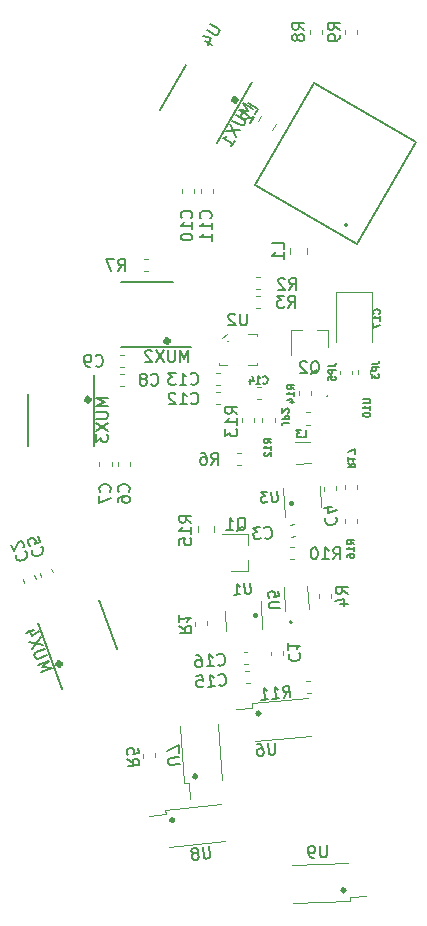
<source format=gbo>
G04 #@! TF.GenerationSoftware,KiCad,Pcbnew,(5.0.0)*
G04 #@! TF.CreationDate,2020-01-29T13:42:07+01:00*
G04 #@! TF.ProjectId,Insole_PCB,496E736F6C655F5043422E6B69636164,rev?*
G04 #@! TF.SameCoordinates,Original*
G04 #@! TF.FileFunction,Legend,Bot*
G04 #@! TF.FilePolarity,Positive*
%FSLAX46Y46*%
G04 Gerber Fmt 4.6, Leading zero omitted, Abs format (unit mm)*
G04 Created by KiCad (PCBNEW (5.0.0)) date 01/29/20 13:42:07*
%MOMM*%
%LPD*%
G01*
G04 APERTURE LIST*
%ADD10C,0.200000*%
%ADD11C,0.100000*%
%ADD12C,0.120000*%
%ADD13C,0.400000*%
%ADD14C,0.150000*%
%ADD15C,0.300000*%
G04 APERTURE END LIST*
D10*
G04 #@! TO.C,U2*
X182849453Y-160890707D02*
G75*
G03X182849453Y-160890707I0J0D01*
G01*
D11*
X185249453Y-160290707D02*
X185249453Y-160510707D01*
X184529453Y-160290707D02*
X185249453Y-160290707D01*
X185249453Y-162990707D02*
X184529453Y-162990707D01*
X185249453Y-162770707D02*
X185249453Y-162990707D01*
X182049453Y-162990707D02*
X182049453Y-162770707D01*
X182049453Y-162990707D02*
X182769453Y-162990707D01*
X182349453Y-160690707D02*
X182699453Y-160340707D01*
D12*
G04 #@! TO.C,C1*
X186429340Y-187213900D02*
X186452050Y-187538665D01*
X187446856Y-187142749D02*
X187469566Y-187467514D01*
G04 #@! TO.C,C2*
X165464536Y-181112175D02*
X165575883Y-181418099D01*
X166423023Y-180763315D02*
X166534370Y-181069239D01*
G04 #@! TO.C,C3*
X188415318Y-176442887D02*
X188090206Y-176459925D01*
X188468700Y-177461489D02*
X188143588Y-177478527D01*
G04 #@! TO.C,C4*
X190941340Y-173301900D02*
X190964050Y-173626665D01*
X191958856Y-173230749D02*
X191981566Y-173555514D01*
G04 #@! TO.C,C5*
X166914536Y-180562175D02*
X167025883Y-180868099D01*
X167873023Y-180213315D02*
X167984370Y-180519239D01*
G04 #@! TO.C,C6*
X174559453Y-171490986D02*
X174559453Y-171165428D01*
X173539453Y-171490986D02*
X173539453Y-171165428D01*
G04 #@! TO.C,C7*
X172959453Y-171503486D02*
X172959453Y-171177928D01*
X171939453Y-171503486D02*
X171939453Y-171177928D01*
G04 #@! TO.C,C8*
X173999732Y-163730707D02*
X173674174Y-163730707D01*
X173999732Y-164750707D02*
X173674174Y-164750707D01*
G04 #@! TO.C,C9*
X173999732Y-162130707D02*
X173674174Y-162130707D01*
X173999732Y-163150707D02*
X173674174Y-163150707D01*
G04 #@! TO.C,C10*
X179934453Y-148365986D02*
X179934453Y-148040428D01*
X178914453Y-148365986D02*
X178914453Y-148040428D01*
G04 #@! TO.C,C11*
X181559453Y-148378486D02*
X181559453Y-148052928D01*
X180539453Y-148378486D02*
X180539453Y-148052928D01*
G04 #@! TO.C,C12*
X181799174Y-166250707D02*
X182124732Y-166250707D01*
X181799174Y-165230707D02*
X182124732Y-165230707D01*
G04 #@! TO.C,C13*
X181799174Y-164650707D02*
X182124732Y-164650707D01*
X181799174Y-163630707D02*
X182124732Y-163630707D01*
G04 #@! TO.C,C14*
X185612232Y-164830707D02*
X185286674Y-164830707D01*
X185612232Y-165850707D02*
X185286674Y-165850707D01*
G04 #@! TO.C,L1*
X189489453Y-153546959D02*
X189489453Y-153024455D01*
X188069453Y-153546959D02*
X188069453Y-153024455D01*
G04 #@! TO.C,L2*
X186583705Y-143031958D02*
X186844957Y-142579456D01*
X185353949Y-142321958D02*
X185615201Y-141869456D01*
D13*
G04 #@! TO.C,MUX1*
X183549425Y-140518464D02*
G75*
G03X183549425Y-140518464I-158114J0D01*
G01*
D14*
X184861824Y-138971461D02*
X181874324Y-144145963D01*
X179289534Y-137572951D02*
X177089534Y-141383463D01*
D13*
G04 #@! TO.C,MUX2*
X177807567Y-160940707D02*
G75*
G03X177807567Y-160940707I-158114J0D01*
G01*
D14*
X179724453Y-161440707D02*
X173749453Y-161440707D01*
X178149453Y-155915707D02*
X173749453Y-155915707D01*
D13*
G04 #@! TO.C,MUX3*
X171107567Y-165890707D02*
G75*
G03X171107567Y-165890707I-158114J0D01*
G01*
D14*
X171449453Y-163815707D02*
X171449453Y-169790707D01*
X165924453Y-165390707D02*
X165924453Y-169790707D01*
D13*
G04 #@! TO.C,MUX4*
X168677708Y-188274831D02*
G75*
G03X168677708Y-188274831I-158114J0D01*
G01*
D14*
X168759440Y-190395703D02*
X166715869Y-184781040D01*
X173412560Y-187026026D02*
X171907671Y-182891378D01*
D12*
G04 #@! TO.C,Q2*
X191329453Y-159980707D02*
X191329453Y-161440707D01*
X188169453Y-159980707D02*
X188169453Y-162140707D01*
X188169453Y-159980707D02*
X189099453Y-159980707D01*
X191329453Y-159980707D02*
X190399453Y-159980707D01*
G04 #@! TO.C,R1*
X181086058Y-184960151D02*
X181069020Y-184635039D01*
X180067456Y-185013533D02*
X180050418Y-184688421D01*
G04 #@! TO.C,R2*
X185524732Y-155530707D02*
X185199174Y-155530707D01*
X185524732Y-156550707D02*
X185199174Y-156550707D01*
G04 #@! TO.C,R3*
X185512232Y-157130707D02*
X185186674Y-157130707D01*
X185512232Y-158150707D02*
X185186674Y-158150707D01*
G04 #@! TO.C,R4*
X190549453Y-182347928D02*
X190549453Y-182673486D01*
X191569453Y-182347928D02*
X191569453Y-182673486D01*
G04 #@! TO.C,R5*
X176669566Y-196167514D02*
X176646856Y-195842749D01*
X175652050Y-196238665D02*
X175629340Y-195913900D01*
G04 #@! TO.C,R6*
X183924732Y-170430707D02*
X183599174Y-170430707D01*
X183924732Y-171450707D02*
X183599174Y-171450707D01*
G04 #@! TO.C,R7*
X176012232Y-153980707D02*
X175686674Y-153980707D01*
X176012232Y-155000707D02*
X175686674Y-155000707D01*
G04 #@! TO.C,R8*
X190759453Y-134890986D02*
X190759453Y-134565428D01*
X189739453Y-134890986D02*
X189739453Y-134565428D01*
G04 #@! TO.C,R9*
X193759453Y-134903486D02*
X193759453Y-134577928D01*
X192739453Y-134903486D02*
X192739453Y-134577928D01*
G04 #@! TO.C,R10*
X188377732Y-178372707D02*
X188052174Y-178372707D01*
X188377732Y-179392707D02*
X188052174Y-179392707D01*
G04 #@! TO.C,R11*
X189547240Y-190762953D02*
X189871559Y-190734579D01*
X189458341Y-189746835D02*
X189782660Y-189718461D01*
G04 #@! TO.C,R12*
X186759453Y-167790986D02*
X186759453Y-167465428D01*
X185739453Y-167790986D02*
X185739453Y-167465428D01*
G04 #@! TO.C,R13*
X184039453Y-167477928D02*
X184039453Y-167803486D01*
X185059453Y-167477928D02*
X185059453Y-167803486D01*
G04 #@! TO.C,R14*
X189859453Y-165515986D02*
X189859453Y-165190428D01*
X188839453Y-165515986D02*
X188839453Y-165190428D01*
D13*
G04 #@! TO.C,U1*
X185077217Y-184091536D02*
G75*
G03X185077217Y-184091536I0J0D01*
G01*
D12*
X185703439Y-185340474D02*
X185576263Y-182913804D01*
X182545535Y-183743557D02*
X182637647Y-185501145D01*
D13*
G04 #@! TO.C,U3*
X188141689Y-174619878D02*
G75*
G03X188141689Y-174619878I0J0D01*
G01*
D12*
X187515467Y-173370940D02*
X187642643Y-175797610D01*
X190673371Y-174967857D02*
X190581259Y-173210269D01*
D15*
G04 #@! TO.C,U4*
X192822977Y-151068014D02*
G75*
G03X192822977Y-151068014I0J0D01*
G01*
D14*
X185116665Y-147715738D02*
X193776919Y-152715738D01*
X190116665Y-139055484D02*
X185116665Y-147715738D01*
X198776919Y-144055484D02*
X190116665Y-139055484D01*
X193776919Y-152715738D02*
X198776919Y-144055484D01*
D10*
G04 #@! TO.C,U5*
X188040672Y-184734665D02*
G75*
G03X188240184Y-184720713I99756J6976D01*
G01*
X188240185Y-184720713D02*
G75*
G03X188040671Y-184734665I-99757J-6976D01*
G01*
X188240184Y-184720713D02*
X188240184Y-184720713D01*
X188040671Y-184734665D02*
X188040671Y-184734665D01*
D11*
X189527261Y-181623386D02*
X189666774Y-183618515D01*
X187532132Y-181762899D02*
X187671645Y-183758028D01*
D13*
G04 #@! TO.C,U6*
X185470742Y-192458776D02*
G75*
G03X185470742Y-192458776I-70710J0D01*
G01*
D12*
X185098906Y-194753754D02*
X189880641Y-194335407D01*
X184820008Y-191565931D02*
X189601743Y-191147584D01*
X184854870Y-191964409D02*
X183460198Y-192086427D01*
X184820008Y-191565931D02*
X184854870Y-191964409D01*
D13*
G04 #@! TO.C,U7*
X180104284Y-197781420D02*
G75*
G03X180104284Y-197781420I-70710J0D01*
G01*
D12*
X182322947Y-198122553D02*
X181988116Y-193334245D01*
X179130742Y-198345774D02*
X178795911Y-193557466D01*
X179529767Y-198317871D02*
X179627426Y-199714461D01*
X179130742Y-198345774D02*
X179529767Y-198317871D01*
D13*
G04 #@! TO.C,U8*
X178162628Y-201492872D02*
G75*
G03X178162628Y-201492872I-70710J0D01*
G01*
D12*
X177830891Y-203792756D02*
X182604596Y-203291019D01*
X177496400Y-200610285D02*
X182270105Y-200108549D01*
X177538212Y-201008094D02*
X176145881Y-201154434D01*
X177496400Y-200610285D02*
X177538212Y-201008094D01*
D13*
G04 #@! TO.C,U9*
X192671691Y-207434002D02*
G75*
G03X192671691Y-207434002I-70711J0D01*
G01*
D12*
X193021803Y-205157929D02*
X188224727Y-205325447D01*
X193133481Y-208355980D02*
X188336405Y-208523497D01*
X193119521Y-207956223D02*
X194518669Y-207907364D01*
X193133481Y-208355980D02*
X193119521Y-207956223D01*
G04 #@! TO.C,C15*
X184590678Y-188825527D02*
X184265913Y-188848237D01*
X184661829Y-189843043D02*
X184337064Y-189865753D01*
G04 #@! TO.C,C16*
X184471259Y-187255593D02*
X184146494Y-187278303D01*
X184542410Y-188273109D02*
X184217645Y-188295819D01*
G04 #@! TO.C,C17*
X191989453Y-156770707D02*
X191989453Y-160980707D01*
X195009453Y-156770707D02*
X191989453Y-156770707D01*
X195009453Y-160980707D02*
X195009453Y-156770707D01*
G04 #@! TO.C,L3*
X188526588Y-169503464D02*
X189729066Y-169440445D01*
X188621840Y-171320969D02*
X189824318Y-171257950D01*
G04 #@! TO.C,Q1*
X184509453Y-180380707D02*
X184509453Y-179450707D01*
X184509453Y-177220707D02*
X184509453Y-178150707D01*
X184509453Y-177220707D02*
X182349453Y-177220707D01*
X184509453Y-180380707D02*
X183049453Y-180380707D01*
G04 #@! TO.C,R15*
X181669453Y-176604629D02*
X181669453Y-177121785D01*
X180249453Y-176604629D02*
X180249453Y-177121785D01*
G04 #@! TO.C,JP2*
X189416674Y-166970707D02*
X189742232Y-166970707D01*
X189416674Y-167990707D02*
X189742232Y-167990707D01*
G04 #@! TO.C,JP3*
X193809453Y-163733486D02*
X193809453Y-163407928D01*
X194829453Y-163733486D02*
X194829453Y-163407928D01*
G04 #@! TO.C,JP5*
X193339453Y-163753486D02*
X193339453Y-163427928D01*
X192319453Y-163753486D02*
X192319453Y-163427928D01*
G04 #@! TO.C,R16*
X193739453Y-175997928D02*
X193739453Y-176323486D01*
X192719453Y-175997928D02*
X192719453Y-176323486D01*
G04 #@! TO.C,R17*
X193749453Y-173463486D02*
X193749453Y-173137928D01*
X192729453Y-173463486D02*
X192729453Y-173137928D01*
D10*
G04 #@! TO.C,U10*
X191215453Y-165568707D02*
G75*
G03X191215453Y-165568707I-25000J0D01*
G01*
G04 #@! TO.C,U2*
D14*
X184411357Y-158593087D02*
X184411357Y-159402611D01*
X184363738Y-159497849D01*
X184316119Y-159545468D01*
X184220881Y-159593087D01*
X184030405Y-159593087D01*
X183935167Y-159545468D01*
X183887548Y-159497849D01*
X183839929Y-159402611D01*
X183839929Y-158593087D01*
X183411357Y-158688326D02*
X183363738Y-158640707D01*
X183268500Y-158593087D01*
X183030405Y-158593087D01*
X182935167Y-158640707D01*
X182887548Y-158688326D01*
X182839929Y-158783564D01*
X182839929Y-158878802D01*
X182887548Y-159021659D01*
X183458976Y-159593087D01*
X182839929Y-159593087D01*
G04 #@! TO.C,C1*
X188031323Y-187432128D02*
X187987141Y-187482953D01*
X187949604Y-187628784D01*
X187956247Y-187723790D01*
X188013715Y-187862977D01*
X188115365Y-187951340D01*
X188213693Y-187992200D01*
X188407027Y-188026416D01*
X188549536Y-188016450D01*
X188736226Y-187955660D01*
X188827911Y-187901514D01*
X188916273Y-187799864D01*
X188953811Y-187654034D01*
X188947168Y-187559027D01*
X188889699Y-187419840D01*
X188838875Y-187375659D01*
X187869882Y-186488711D02*
X187909743Y-187058747D01*
X187889812Y-186773729D02*
X188887376Y-186703973D01*
X188751511Y-186808944D01*
X188663148Y-186910593D01*
X188622288Y-187008921D01*
G04 #@! TO.C,C2*
X164870851Y-179019472D02*
X164842391Y-179080506D01*
X164846504Y-179231034D01*
X164879077Y-179320529D01*
X164972684Y-179438484D01*
X165094752Y-179495405D01*
X165200533Y-179507579D01*
X165395809Y-179487180D01*
X165530051Y-179438320D01*
X165692753Y-179328426D01*
X165765961Y-179251105D01*
X165822882Y-179129037D01*
X165818769Y-178978509D01*
X165786196Y-178889014D01*
X165692589Y-178771059D01*
X165631555Y-178742599D01*
X165501262Y-178384620D02*
X165529722Y-178323586D01*
X165541896Y-178217805D01*
X165460463Y-177994069D01*
X165383142Y-177920861D01*
X165322108Y-177892400D01*
X165216327Y-177880227D01*
X165126832Y-177912800D01*
X165008877Y-178006407D01*
X164667350Y-178738814D01*
X164455623Y-178157100D01*
G04 #@! TO.C,C3*
X185944582Y-177568637D02*
X185994628Y-177613699D01*
X186139782Y-177653776D01*
X186234889Y-177648792D01*
X186375058Y-177593761D01*
X186465182Y-177493669D01*
X186507751Y-177396070D01*
X186545336Y-177203362D01*
X186537860Y-177060701D01*
X186480337Y-176872978D01*
X186427799Y-176780363D01*
X186327707Y-176690239D01*
X186182553Y-176650162D01*
X186087446Y-176655147D01*
X185947277Y-176710177D01*
X185902215Y-176760223D01*
X185564354Y-176682561D02*
X184946155Y-176714959D01*
X185298969Y-177077944D01*
X185156307Y-177085421D01*
X185063692Y-177137959D01*
X185018631Y-177188005D01*
X184976061Y-177285605D01*
X184988522Y-177523373D01*
X185041060Y-177615989D01*
X185091106Y-177661050D01*
X185188706Y-177703620D01*
X185474029Y-177688667D01*
X185566644Y-177636129D01*
X185611706Y-177586083D01*
G04 #@! TO.C,C4*
X191116806Y-175905880D02*
X191072624Y-175956705D01*
X191035087Y-176102536D01*
X191041730Y-176197542D01*
X191099198Y-176336729D01*
X191200848Y-176425092D01*
X191299176Y-176465952D01*
X191492510Y-176500168D01*
X191635019Y-176490202D01*
X191821709Y-176429412D01*
X191913394Y-176375266D01*
X192001756Y-176273616D01*
X192039294Y-176127786D01*
X192032651Y-176032779D01*
X191975182Y-175893592D01*
X191924358Y-175849411D01*
X191627051Y-175010964D02*
X190962008Y-175057469D01*
X192023684Y-175221906D02*
X191327747Y-175509247D01*
X191284564Y-174891707D01*
G04 #@! TO.C,C5*
X166220851Y-178619472D02*
X166192391Y-178680506D01*
X166196504Y-178831034D01*
X166229077Y-178920529D01*
X166322684Y-179038484D01*
X166444752Y-179095405D01*
X166550533Y-179107579D01*
X166745809Y-179087180D01*
X166880051Y-179038320D01*
X167042753Y-178928426D01*
X167115961Y-178851105D01*
X167172882Y-178729037D01*
X167168769Y-178578509D01*
X167136196Y-178489014D01*
X167042589Y-178371059D01*
X166981555Y-178342599D01*
X166761603Y-177459827D02*
X166924469Y-177907300D01*
X166493283Y-178114914D01*
X166521744Y-178053880D01*
X166533918Y-177948099D01*
X166452485Y-177724362D01*
X166375164Y-177651154D01*
X166314130Y-177622694D01*
X166208349Y-177610520D01*
X165984612Y-177691953D01*
X165911405Y-177769274D01*
X165882944Y-177830308D01*
X165870770Y-177936089D01*
X165952203Y-178159825D01*
X166029524Y-178233033D01*
X166090558Y-178261494D01*
G04 #@! TO.C,C6*
X174406595Y-173674040D02*
X174454214Y-173626421D01*
X174501833Y-173483564D01*
X174501833Y-173388326D01*
X174454214Y-173245468D01*
X174358976Y-173150230D01*
X174263738Y-173102611D01*
X174073262Y-173054992D01*
X173930405Y-173054992D01*
X173739929Y-173102611D01*
X173644691Y-173150230D01*
X173549453Y-173245468D01*
X173501833Y-173388326D01*
X173501833Y-173483564D01*
X173549453Y-173626421D01*
X173597072Y-173674040D01*
X173501833Y-174531183D02*
X173501833Y-174340707D01*
X173549453Y-174245468D01*
X173597072Y-174197849D01*
X173739929Y-174102611D01*
X173930405Y-174054992D01*
X174311357Y-174054992D01*
X174406595Y-174102611D01*
X174454214Y-174150230D01*
X174501833Y-174245468D01*
X174501833Y-174435945D01*
X174454214Y-174531183D01*
X174406595Y-174578802D01*
X174311357Y-174626421D01*
X174073262Y-174626421D01*
X173978024Y-174578802D01*
X173930405Y-174531183D01*
X173882786Y-174435945D01*
X173882786Y-174245468D01*
X173930405Y-174150230D01*
X173978024Y-174102611D01*
X174073262Y-174054992D01*
G04 #@! TO.C,C7*
X172806595Y-173674040D02*
X172854214Y-173626421D01*
X172901833Y-173483564D01*
X172901833Y-173388326D01*
X172854214Y-173245468D01*
X172758976Y-173150230D01*
X172663738Y-173102611D01*
X172473262Y-173054992D01*
X172330405Y-173054992D01*
X172139929Y-173102611D01*
X172044691Y-173150230D01*
X171949453Y-173245468D01*
X171901833Y-173388326D01*
X171901833Y-173483564D01*
X171949453Y-173626421D01*
X171997072Y-173674040D01*
X171901833Y-174007373D02*
X171901833Y-174674040D01*
X172901833Y-174245468D01*
G04 #@! TO.C,C8*
X176316119Y-164597849D02*
X176363738Y-164645468D01*
X176506595Y-164693087D01*
X176601833Y-164693087D01*
X176744691Y-164645468D01*
X176839929Y-164550230D01*
X176887548Y-164454992D01*
X176935167Y-164264516D01*
X176935167Y-164121659D01*
X176887548Y-163931183D01*
X176839929Y-163835945D01*
X176744691Y-163740707D01*
X176601833Y-163693087D01*
X176506595Y-163693087D01*
X176363738Y-163740707D01*
X176316119Y-163788326D01*
X175744691Y-164121659D02*
X175839929Y-164074040D01*
X175887548Y-164026421D01*
X175935167Y-163931183D01*
X175935167Y-163883564D01*
X175887548Y-163788326D01*
X175839929Y-163740707D01*
X175744691Y-163693087D01*
X175554214Y-163693087D01*
X175458976Y-163740707D01*
X175411357Y-163788326D01*
X175363738Y-163883564D01*
X175363738Y-163931183D01*
X175411357Y-164026421D01*
X175458976Y-164074040D01*
X175554214Y-164121659D01*
X175744691Y-164121659D01*
X175839929Y-164169278D01*
X175887548Y-164216897D01*
X175935167Y-164312135D01*
X175935167Y-164502611D01*
X175887548Y-164597849D01*
X175839929Y-164645468D01*
X175744691Y-164693087D01*
X175554214Y-164693087D01*
X175458976Y-164645468D01*
X175411357Y-164597849D01*
X175363738Y-164502611D01*
X175363738Y-164312135D01*
X175411357Y-164216897D01*
X175458976Y-164169278D01*
X175554214Y-164121659D01*
G04 #@! TO.C,C9*
X171616119Y-162997849D02*
X171663738Y-163045468D01*
X171806595Y-163093087D01*
X171901833Y-163093087D01*
X172044691Y-163045468D01*
X172139929Y-162950230D01*
X172187548Y-162854992D01*
X172235167Y-162664516D01*
X172235167Y-162521659D01*
X172187548Y-162331183D01*
X172139929Y-162235945D01*
X172044691Y-162140707D01*
X171901833Y-162093087D01*
X171806595Y-162093087D01*
X171663738Y-162140707D01*
X171616119Y-162188326D01*
X171139929Y-163093087D02*
X170949453Y-163093087D01*
X170854214Y-163045468D01*
X170806595Y-162997849D01*
X170711357Y-162854992D01*
X170663738Y-162664516D01*
X170663738Y-162283564D01*
X170711357Y-162188326D01*
X170758976Y-162140707D01*
X170854214Y-162093087D01*
X171044691Y-162093087D01*
X171139929Y-162140707D01*
X171187548Y-162188326D01*
X171235167Y-162283564D01*
X171235167Y-162521659D01*
X171187548Y-162616897D01*
X171139929Y-162664516D01*
X171044691Y-162712135D01*
X170854214Y-162712135D01*
X170758976Y-162664516D01*
X170711357Y-162616897D01*
X170663738Y-162521659D01*
G04 #@! TO.C,C10*
X179706595Y-150497849D02*
X179754214Y-150450230D01*
X179801833Y-150307373D01*
X179801833Y-150212135D01*
X179754214Y-150069278D01*
X179658976Y-149974040D01*
X179563738Y-149926421D01*
X179373262Y-149878802D01*
X179230405Y-149878802D01*
X179039929Y-149926421D01*
X178944691Y-149974040D01*
X178849453Y-150069278D01*
X178801833Y-150212135D01*
X178801833Y-150307373D01*
X178849453Y-150450230D01*
X178897072Y-150497849D01*
X179801833Y-151450230D02*
X179801833Y-150878802D01*
X179801833Y-151164516D02*
X178801833Y-151164516D01*
X178944691Y-151069278D01*
X179039929Y-150974040D01*
X179087548Y-150878802D01*
X178801833Y-152069278D02*
X178801833Y-152164516D01*
X178849453Y-152259754D01*
X178897072Y-152307373D01*
X178992310Y-152354992D01*
X179182786Y-152402611D01*
X179420881Y-152402611D01*
X179611357Y-152354992D01*
X179706595Y-152307373D01*
X179754214Y-152259754D01*
X179801833Y-152164516D01*
X179801833Y-152069278D01*
X179754214Y-151974040D01*
X179706595Y-151926421D01*
X179611357Y-151878802D01*
X179420881Y-151831183D01*
X179182786Y-151831183D01*
X178992310Y-151878802D01*
X178897072Y-151926421D01*
X178849453Y-151974040D01*
X178801833Y-152069278D01*
G04 #@! TO.C,C11*
X181331595Y-150522849D02*
X181379214Y-150475230D01*
X181426833Y-150332373D01*
X181426833Y-150237135D01*
X181379214Y-150094278D01*
X181283976Y-149999040D01*
X181188738Y-149951421D01*
X180998262Y-149903802D01*
X180855405Y-149903802D01*
X180664929Y-149951421D01*
X180569691Y-149999040D01*
X180474453Y-150094278D01*
X180426833Y-150237135D01*
X180426833Y-150332373D01*
X180474453Y-150475230D01*
X180522072Y-150522849D01*
X181426833Y-151475230D02*
X181426833Y-150903802D01*
X181426833Y-151189516D02*
X180426833Y-151189516D01*
X180569691Y-151094278D01*
X180664929Y-150999040D01*
X180712548Y-150903802D01*
X181426833Y-152427611D02*
X181426833Y-151856183D01*
X181426833Y-152141897D02*
X180426833Y-152141897D01*
X180569691Y-152046659D01*
X180664929Y-151951421D01*
X180712548Y-151856183D01*
G04 #@! TO.C,C12*
X179692310Y-166197849D02*
X179739929Y-166245468D01*
X179882786Y-166293087D01*
X179978024Y-166293087D01*
X180120881Y-166245468D01*
X180216119Y-166150230D01*
X180263738Y-166054992D01*
X180311357Y-165864516D01*
X180311357Y-165721659D01*
X180263738Y-165531183D01*
X180216119Y-165435945D01*
X180120881Y-165340707D01*
X179978024Y-165293087D01*
X179882786Y-165293087D01*
X179739929Y-165340707D01*
X179692310Y-165388326D01*
X178739929Y-166293087D02*
X179311357Y-166293087D01*
X179025643Y-166293087D02*
X179025643Y-165293087D01*
X179120881Y-165435945D01*
X179216119Y-165531183D01*
X179311357Y-165578802D01*
X178358976Y-165388326D02*
X178311357Y-165340707D01*
X178216119Y-165293087D01*
X177978024Y-165293087D01*
X177882786Y-165340707D01*
X177835167Y-165388326D01*
X177787548Y-165483564D01*
X177787548Y-165578802D01*
X177835167Y-165721659D01*
X178406595Y-166293087D01*
X177787548Y-166293087D01*
G04 #@! TO.C,C13*
X179682310Y-164527849D02*
X179729929Y-164575468D01*
X179872786Y-164623087D01*
X179968024Y-164623087D01*
X180110881Y-164575468D01*
X180206119Y-164480230D01*
X180253738Y-164384992D01*
X180301357Y-164194516D01*
X180301357Y-164051659D01*
X180253738Y-163861183D01*
X180206119Y-163765945D01*
X180110881Y-163670707D01*
X179968024Y-163623087D01*
X179872786Y-163623087D01*
X179729929Y-163670707D01*
X179682310Y-163718326D01*
X178729929Y-164623087D02*
X179301357Y-164623087D01*
X179015643Y-164623087D02*
X179015643Y-163623087D01*
X179110881Y-163765945D01*
X179206119Y-163861183D01*
X179301357Y-163908802D01*
X178396595Y-163623087D02*
X177777548Y-163623087D01*
X178110881Y-164004040D01*
X177968024Y-164004040D01*
X177872786Y-164051659D01*
X177825167Y-164099278D01*
X177777548Y-164194516D01*
X177777548Y-164432611D01*
X177825167Y-164527849D01*
X177872786Y-164575468D01*
X177968024Y-164623087D01*
X178253738Y-164623087D01*
X178348976Y-164575468D01*
X178396595Y-164527849D01*
G04 #@! TO.C,C14*
X185795167Y-164464992D02*
X185823738Y-164493564D01*
X185909453Y-164522135D01*
X185966595Y-164522135D01*
X186052310Y-164493564D01*
X186109453Y-164436421D01*
X186138024Y-164379278D01*
X186166595Y-164264992D01*
X186166595Y-164179278D01*
X186138024Y-164064992D01*
X186109453Y-164007849D01*
X186052310Y-163950707D01*
X185966595Y-163922135D01*
X185909453Y-163922135D01*
X185823738Y-163950707D01*
X185795167Y-163979278D01*
X185223738Y-164522135D02*
X185566595Y-164522135D01*
X185395167Y-164522135D02*
X185395167Y-163922135D01*
X185452310Y-164007849D01*
X185509453Y-164064992D01*
X185566595Y-164093564D01*
X184709453Y-164122135D02*
X184709453Y-164522135D01*
X184852310Y-163893564D02*
X184995167Y-164322135D01*
X184623738Y-164322135D01*
G04 #@! TO.C,L1*
X187581833Y-153119040D02*
X187581833Y-152642849D01*
X186581833Y-152642849D01*
X187581833Y-153976183D02*
X187581833Y-153404754D01*
X187581833Y-153690468D02*
X186581833Y-153690468D01*
X186724691Y-153595230D01*
X186819929Y-153499992D01*
X186867548Y-153404754D01*
G04 #@! TO.C,L2*
X185145617Y-141707559D02*
X185383712Y-141295166D01*
X184517687Y-140795166D01*
X184219213Y-141502614D02*
X184154164Y-141520044D01*
X184065306Y-141578713D01*
X183946258Y-141784910D01*
X183939879Y-141891198D01*
X183957309Y-141956247D01*
X184015978Y-142045105D01*
X184098456Y-142092724D01*
X184245984Y-142122913D01*
X185026570Y-141913756D01*
X184717046Y-142449867D01*
G04 #@! TO.C,MUX1*
X184920378Y-141274803D02*
X184054352Y-140774803D01*
X184506275Y-141420621D01*
X183721019Y-141352154D01*
X184587044Y-141852154D01*
X183482924Y-141764547D02*
X184183992Y-142169309D01*
X184242661Y-142258167D01*
X184260091Y-142323216D01*
X184253711Y-142429504D01*
X184158473Y-142594461D01*
X184069615Y-142653130D01*
X184004566Y-142670560D01*
X183898278Y-142664180D01*
X183197210Y-142259418D01*
X183006733Y-142589333D02*
X183539425Y-143666683D01*
X182673400Y-143166683D02*
X183872759Y-143089333D01*
X183087044Y-144450230D02*
X183372759Y-143955358D01*
X183229902Y-144202794D02*
X182363876Y-143702794D01*
X182535213Y-143691744D01*
X182665311Y-143656884D01*
X182754169Y-143598215D01*
G04 #@! TO.C,MUX2*
X179458976Y-162693087D02*
X179458976Y-161693087D01*
X179125643Y-162407373D01*
X178792310Y-161693087D01*
X178792310Y-162693087D01*
X178316119Y-161693087D02*
X178316119Y-162502611D01*
X178268500Y-162597849D01*
X178220881Y-162645468D01*
X178125643Y-162693087D01*
X177935167Y-162693087D01*
X177839929Y-162645468D01*
X177792310Y-162597849D01*
X177744691Y-162502611D01*
X177744691Y-161693087D01*
X177363738Y-161693087D02*
X176697072Y-162693087D01*
X176697072Y-161693087D02*
X177363738Y-162693087D01*
X176363738Y-161788326D02*
X176316119Y-161740707D01*
X176220881Y-161693087D01*
X175982786Y-161693087D01*
X175887548Y-161740707D01*
X175839929Y-161788326D01*
X175792310Y-161883564D01*
X175792310Y-161978802D01*
X175839929Y-162121659D01*
X176411357Y-162693087D01*
X175792310Y-162693087D01*
G04 #@! TO.C,MUX3*
X172651833Y-165781183D02*
X171651833Y-165781183D01*
X172366119Y-166114516D01*
X171651833Y-166447849D01*
X172651833Y-166447849D01*
X171651833Y-166924040D02*
X172461357Y-166924040D01*
X172556595Y-166971659D01*
X172604214Y-167019278D01*
X172651833Y-167114516D01*
X172651833Y-167304992D01*
X172604214Y-167400230D01*
X172556595Y-167447849D01*
X172461357Y-167495468D01*
X171651833Y-167495468D01*
X171651833Y-167876421D02*
X172651833Y-168543087D01*
X171651833Y-168543087D02*
X172651833Y-167876421D01*
X171651833Y-168828802D02*
X171651833Y-169447849D01*
X172032786Y-169114516D01*
X172032786Y-169257373D01*
X172080405Y-169352611D01*
X172128024Y-169400230D01*
X172223262Y-169447849D01*
X172461357Y-169447849D01*
X172556595Y-169400230D01*
X172604214Y-169352611D01*
X172651833Y-169257373D01*
X172651833Y-168971659D01*
X172604214Y-168876421D01*
X172556595Y-168828802D01*
G04 #@! TO.C,MUX4*
X166957338Y-188959998D02*
X167897031Y-188617978D01*
X167111815Y-188549047D01*
X167669017Y-187991516D01*
X166729325Y-188333536D01*
X167506151Y-187544044D02*
X166745447Y-187820917D01*
X166639666Y-187808743D01*
X166578632Y-187780282D01*
X166501311Y-187707075D01*
X166436164Y-187528086D01*
X166448338Y-187422304D01*
X166476799Y-187361270D01*
X166550007Y-187283950D01*
X167310710Y-187007076D01*
X167180417Y-186649098D02*
X166012711Y-186364657D01*
X166952404Y-186022636D02*
X166240724Y-186991118D01*
X166362299Y-185375940D02*
X165735838Y-185603953D01*
X166801711Y-185469383D02*
X166211935Y-185937419D01*
X166000208Y-185355704D01*
G04 #@! TO.C,Q2*
X189814691Y-163718326D02*
X189909929Y-163670707D01*
X190005167Y-163575468D01*
X190148024Y-163432611D01*
X190243262Y-163384992D01*
X190338500Y-163384992D01*
X190290881Y-163623087D02*
X190386119Y-163575468D01*
X190481357Y-163480230D01*
X190528976Y-163289754D01*
X190528976Y-162956421D01*
X190481357Y-162765945D01*
X190386119Y-162670707D01*
X190290881Y-162623087D01*
X190100405Y-162623087D01*
X190005167Y-162670707D01*
X189909929Y-162765945D01*
X189862310Y-162956421D01*
X189862310Y-163289754D01*
X189909929Y-163480230D01*
X190005167Y-163575468D01*
X190100405Y-163623087D01*
X190290881Y-163623087D01*
X189481357Y-162718326D02*
X189433738Y-162670707D01*
X189338500Y-162623087D01*
X189100405Y-162623087D01*
X189005167Y-162670707D01*
X188957548Y-162718326D01*
X188909929Y-162813564D01*
X188909929Y-162908802D01*
X188957548Y-163051659D01*
X189528976Y-163623087D01*
X188909929Y-163623087D01*
G04 #@! TO.C,R1*
X178697159Y-185089240D02*
X179190142Y-185397194D01*
X178727065Y-185659885D02*
X179725695Y-185607549D01*
X179705757Y-185227119D01*
X179653219Y-185134503D01*
X179603173Y-185089442D01*
X179505574Y-185046872D01*
X179362912Y-185054349D01*
X179270297Y-185106887D01*
X179225235Y-185156933D01*
X179182666Y-185254533D01*
X179202603Y-185634963D01*
X178647315Y-184138164D02*
X178677222Y-184708809D01*
X178662269Y-184423487D02*
X179660898Y-184371151D01*
X179523221Y-184473735D01*
X179433098Y-184573827D01*
X179390528Y-184671426D01*
G04 #@! TO.C,R2*
X188016119Y-156593087D02*
X188349453Y-156116897D01*
X188587548Y-156593087D02*
X188587548Y-155593087D01*
X188206595Y-155593087D01*
X188111357Y-155640707D01*
X188063738Y-155688326D01*
X188016119Y-155783564D01*
X188016119Y-155926421D01*
X188063738Y-156021659D01*
X188111357Y-156069278D01*
X188206595Y-156116897D01*
X188587548Y-156116897D01*
X187635167Y-155688326D02*
X187587548Y-155640707D01*
X187492310Y-155593087D01*
X187254214Y-155593087D01*
X187158976Y-155640707D01*
X187111357Y-155688326D01*
X187063738Y-155783564D01*
X187063738Y-155878802D01*
X187111357Y-156021659D01*
X187682786Y-156593087D01*
X187063738Y-156593087D01*
G04 #@! TO.C,R3*
X187916119Y-158093087D02*
X188249453Y-157616897D01*
X188487548Y-158093087D02*
X188487548Y-157093087D01*
X188106595Y-157093087D01*
X188011357Y-157140707D01*
X187963738Y-157188326D01*
X187916119Y-157283564D01*
X187916119Y-157426421D01*
X187963738Y-157521659D01*
X188011357Y-157569278D01*
X188106595Y-157616897D01*
X188487548Y-157616897D01*
X187582786Y-157093087D02*
X186963738Y-157093087D01*
X187297072Y-157474040D01*
X187154214Y-157474040D01*
X187058976Y-157521659D01*
X187011357Y-157569278D01*
X186963738Y-157664516D01*
X186963738Y-157902611D01*
X187011357Y-157997849D01*
X187058976Y-158045468D01*
X187154214Y-158093087D01*
X187439929Y-158093087D01*
X187535167Y-158045468D01*
X187582786Y-157997849D01*
G04 #@! TO.C,R4*
X192941833Y-182344040D02*
X192465643Y-182010707D01*
X192941833Y-181772611D02*
X191941833Y-181772611D01*
X191941833Y-182153564D01*
X191989453Y-182248802D01*
X192037072Y-182296421D01*
X192132310Y-182344040D01*
X192275167Y-182344040D01*
X192370405Y-182296421D01*
X192418024Y-182248802D01*
X192465643Y-182153564D01*
X192465643Y-181772611D01*
X192275167Y-183201183D02*
X192941833Y-183201183D01*
X191894214Y-182963087D02*
X192608500Y-182724992D01*
X192608500Y-183344040D01*
G04 #@! TO.C,R5*
X174283283Y-196338276D02*
X174781565Y-196637580D01*
X174323143Y-196908312D02*
X175320707Y-196838556D01*
X175294134Y-196458531D01*
X175239987Y-196366847D01*
X175189162Y-196322666D01*
X175090834Y-196281806D01*
X174948325Y-196291771D01*
X174856641Y-196345918D01*
X174812460Y-196396743D01*
X174771600Y-196495071D01*
X174798174Y-196875095D01*
X175217734Y-195365961D02*
X175250951Y-195840992D01*
X174779242Y-195921712D01*
X174823424Y-195870887D01*
X174864283Y-195772560D01*
X174847674Y-195535044D01*
X174793528Y-195443360D01*
X174742703Y-195399179D01*
X174644375Y-195358319D01*
X174406860Y-195374928D01*
X174315176Y-195429074D01*
X174270994Y-195479899D01*
X174230135Y-195578227D01*
X174246743Y-195815742D01*
X174300890Y-195907426D01*
X174351715Y-195951608D01*
G04 #@! TO.C,R6*
X181416119Y-171393087D02*
X181749453Y-170916897D01*
X181987548Y-171393087D02*
X181987548Y-170393087D01*
X181606595Y-170393087D01*
X181511357Y-170440707D01*
X181463738Y-170488326D01*
X181416119Y-170583564D01*
X181416119Y-170726421D01*
X181463738Y-170821659D01*
X181511357Y-170869278D01*
X181606595Y-170916897D01*
X181987548Y-170916897D01*
X180558976Y-170393087D02*
X180749453Y-170393087D01*
X180844691Y-170440707D01*
X180892310Y-170488326D01*
X180987548Y-170631183D01*
X181035167Y-170821659D01*
X181035167Y-171202611D01*
X180987548Y-171297849D01*
X180939929Y-171345468D01*
X180844691Y-171393087D01*
X180654214Y-171393087D01*
X180558976Y-171345468D01*
X180511357Y-171297849D01*
X180463738Y-171202611D01*
X180463738Y-170964516D01*
X180511357Y-170869278D01*
X180558976Y-170821659D01*
X180654214Y-170774040D01*
X180844691Y-170774040D01*
X180939929Y-170821659D01*
X180987548Y-170869278D01*
X181035167Y-170964516D01*
G04 #@! TO.C,R7*
X173516119Y-154993087D02*
X173849453Y-154516897D01*
X174087548Y-154993087D02*
X174087548Y-153993087D01*
X173706595Y-153993087D01*
X173611357Y-154040707D01*
X173563738Y-154088326D01*
X173516119Y-154183564D01*
X173516119Y-154326421D01*
X173563738Y-154421659D01*
X173611357Y-154469278D01*
X173706595Y-154516897D01*
X174087548Y-154516897D01*
X173182786Y-153993087D02*
X172516119Y-153993087D01*
X172944691Y-154993087D01*
G04 #@! TO.C,R8*
X189271833Y-134561540D02*
X188795643Y-134228207D01*
X189271833Y-133990111D02*
X188271833Y-133990111D01*
X188271833Y-134371064D01*
X188319453Y-134466302D01*
X188367072Y-134513921D01*
X188462310Y-134561540D01*
X188605167Y-134561540D01*
X188700405Y-134513921D01*
X188748024Y-134466302D01*
X188795643Y-134371064D01*
X188795643Y-133990111D01*
X188700405Y-135132968D02*
X188652786Y-135037730D01*
X188605167Y-134990111D01*
X188509929Y-134942492D01*
X188462310Y-134942492D01*
X188367072Y-134990111D01*
X188319453Y-135037730D01*
X188271833Y-135132968D01*
X188271833Y-135323445D01*
X188319453Y-135418683D01*
X188367072Y-135466302D01*
X188462310Y-135513921D01*
X188509929Y-135513921D01*
X188605167Y-135466302D01*
X188652786Y-135418683D01*
X188700405Y-135323445D01*
X188700405Y-135132968D01*
X188748024Y-135037730D01*
X188795643Y-134990111D01*
X188890881Y-134942492D01*
X189081357Y-134942492D01*
X189176595Y-134990111D01*
X189224214Y-135037730D01*
X189271833Y-135132968D01*
X189271833Y-135323445D01*
X189224214Y-135418683D01*
X189176595Y-135466302D01*
X189081357Y-135513921D01*
X188890881Y-135513921D01*
X188795643Y-135466302D01*
X188748024Y-135418683D01*
X188700405Y-135323445D01*
G04 #@! TO.C,R9*
X192271833Y-134574040D02*
X191795643Y-134240707D01*
X192271833Y-134002611D02*
X191271833Y-134002611D01*
X191271833Y-134383564D01*
X191319453Y-134478802D01*
X191367072Y-134526421D01*
X191462310Y-134574040D01*
X191605167Y-134574040D01*
X191700405Y-134526421D01*
X191748024Y-134478802D01*
X191795643Y-134383564D01*
X191795643Y-134002611D01*
X192271833Y-135050230D02*
X192271833Y-135240707D01*
X192224214Y-135335945D01*
X192176595Y-135383564D01*
X192033738Y-135478802D01*
X191843262Y-135526421D01*
X191462310Y-135526421D01*
X191367072Y-135478802D01*
X191319453Y-135431183D01*
X191271833Y-135335945D01*
X191271833Y-135145468D01*
X191319453Y-135050230D01*
X191367072Y-135002611D01*
X191462310Y-134954992D01*
X191700405Y-134954992D01*
X191795643Y-135002611D01*
X191843262Y-135050230D01*
X191890881Y-135145468D01*
X191890881Y-135335945D01*
X191843262Y-135431183D01*
X191795643Y-135478802D01*
X191700405Y-135526421D01*
G04 #@! TO.C,R10*
X191742310Y-179403087D02*
X192075643Y-178926897D01*
X192313738Y-179403087D02*
X192313738Y-178403087D01*
X191932786Y-178403087D01*
X191837548Y-178450707D01*
X191789929Y-178498326D01*
X191742310Y-178593564D01*
X191742310Y-178736421D01*
X191789929Y-178831659D01*
X191837548Y-178879278D01*
X191932786Y-178926897D01*
X192313738Y-178926897D01*
X190789929Y-179403087D02*
X191361357Y-179403087D01*
X191075643Y-179403087D02*
X191075643Y-178403087D01*
X191170881Y-178545945D01*
X191266119Y-178641183D01*
X191361357Y-178688802D01*
X190170881Y-178403087D02*
X190075643Y-178403087D01*
X189980405Y-178450707D01*
X189932786Y-178498326D01*
X189885167Y-178593564D01*
X189837548Y-178784040D01*
X189837548Y-179022135D01*
X189885167Y-179212611D01*
X189932786Y-179307849D01*
X189980405Y-179355468D01*
X190075643Y-179403087D01*
X190170881Y-179403087D01*
X190266119Y-179355468D01*
X190313738Y-179307849D01*
X190361357Y-179212611D01*
X190408976Y-179022135D01*
X190408976Y-178784040D01*
X190361357Y-178593564D01*
X190313738Y-178498326D01*
X190266119Y-178450707D01*
X190170881Y-178403087D01*
G04 #@! TO.C,R11*
X187529291Y-191135337D02*
X187819853Y-190631907D01*
X188098545Y-191085534D02*
X188011389Y-190089339D01*
X187631887Y-190122542D01*
X187541161Y-190178280D01*
X187497874Y-190229868D01*
X187458736Y-190328894D01*
X187471187Y-190471208D01*
X187526926Y-190561933D01*
X187578514Y-190605220D01*
X187677540Y-190644358D01*
X188057042Y-190611156D01*
X186580534Y-191218343D02*
X187149788Y-191168540D01*
X186865161Y-191193441D02*
X186778005Y-190197246D01*
X186885332Y-190331259D01*
X186988508Y-190417835D01*
X187087534Y-190456972D01*
X185631777Y-191301348D02*
X186201031Y-191251545D01*
X185916404Y-191276447D02*
X185829249Y-190280252D01*
X185936575Y-190414265D01*
X186039751Y-190500840D01*
X186138777Y-190539977D01*
G04 #@! TO.C,R12*
X186490881Y-169544992D02*
X186205167Y-169344992D01*
X186490881Y-169202135D02*
X185890881Y-169202135D01*
X185890881Y-169430707D01*
X185919453Y-169487849D01*
X185948024Y-169516421D01*
X186005167Y-169544992D01*
X186090881Y-169544992D01*
X186148024Y-169516421D01*
X186176595Y-169487849D01*
X186205167Y-169430707D01*
X186205167Y-169202135D01*
X186490881Y-170116421D02*
X186490881Y-169773564D01*
X186490881Y-169944992D02*
X185890881Y-169944992D01*
X185976595Y-169887849D01*
X186033738Y-169830707D01*
X186062310Y-169773564D01*
X185948024Y-170344992D02*
X185919453Y-170373564D01*
X185890881Y-170430707D01*
X185890881Y-170573564D01*
X185919453Y-170630707D01*
X185948024Y-170659278D01*
X186005167Y-170687849D01*
X186062310Y-170687849D01*
X186148024Y-170659278D01*
X186490881Y-170316421D01*
X186490881Y-170687849D01*
G04 #@! TO.C,R13*
X183601833Y-167097849D02*
X183125643Y-166764516D01*
X183601833Y-166526421D02*
X182601833Y-166526421D01*
X182601833Y-166907373D01*
X182649453Y-167002611D01*
X182697072Y-167050230D01*
X182792310Y-167097849D01*
X182935167Y-167097849D01*
X183030405Y-167050230D01*
X183078024Y-167002611D01*
X183125643Y-166907373D01*
X183125643Y-166526421D01*
X183601833Y-168050230D02*
X183601833Y-167478802D01*
X183601833Y-167764516D02*
X182601833Y-167764516D01*
X182744691Y-167669278D01*
X182839929Y-167574040D01*
X182887548Y-167478802D01*
X182601833Y-168383564D02*
X182601833Y-169002611D01*
X182982786Y-168669278D01*
X182982786Y-168812135D01*
X183030405Y-168907373D01*
X183078024Y-168954992D01*
X183173262Y-169002611D01*
X183411357Y-169002611D01*
X183506595Y-168954992D01*
X183554214Y-168907373D01*
X183601833Y-168812135D01*
X183601833Y-168526421D01*
X183554214Y-168431183D01*
X183506595Y-168383564D01*
G04 #@! TO.C,R14*
X188450881Y-165004992D02*
X188165167Y-164804992D01*
X188450881Y-164662135D02*
X187850881Y-164662135D01*
X187850881Y-164890707D01*
X187879453Y-164947849D01*
X187908024Y-164976421D01*
X187965167Y-165004992D01*
X188050881Y-165004992D01*
X188108024Y-164976421D01*
X188136595Y-164947849D01*
X188165167Y-164890707D01*
X188165167Y-164662135D01*
X188450881Y-165576421D02*
X188450881Y-165233564D01*
X188450881Y-165404992D02*
X187850881Y-165404992D01*
X187936595Y-165347849D01*
X187993738Y-165290707D01*
X188022310Y-165233564D01*
X188050881Y-166090707D02*
X188450881Y-166090707D01*
X187822310Y-165947849D02*
X188250881Y-165804992D01*
X188250881Y-166176421D01*
G04 #@! TO.C,U1*
X184708433Y-181412637D02*
X184746563Y-182140210D01*
X184708251Y-182228050D01*
X184667695Y-182273091D01*
X184584342Y-182320376D01*
X184413148Y-182329348D01*
X184325308Y-182291035D01*
X184280267Y-182250480D01*
X184232982Y-182167126D01*
X184194852Y-181439553D01*
X183343188Y-182385422D02*
X183856769Y-182358506D01*
X183599978Y-182371964D02*
X183552876Y-181473197D01*
X183645202Y-181597107D01*
X183735284Y-181678218D01*
X183823124Y-181716530D01*
G04 #@! TO.C,U3*
X187008433Y-173642637D02*
X187046563Y-174370210D01*
X187008251Y-174458050D01*
X186967695Y-174503091D01*
X186884342Y-174550376D01*
X186713148Y-174559348D01*
X186625308Y-174521035D01*
X186580267Y-174480480D01*
X186532982Y-174397126D01*
X186494852Y-173669553D01*
X186152465Y-173687497D02*
X185596085Y-173716655D01*
X185913618Y-174043342D01*
X185785223Y-174050071D01*
X185701869Y-174097355D01*
X185661314Y-174142396D01*
X185623001Y-174230236D01*
X185634216Y-174444228D01*
X185681500Y-174527582D01*
X185726542Y-174568138D01*
X185814381Y-174606450D01*
X186071172Y-174592992D01*
X186154526Y-174545708D01*
X186195081Y-174500666D01*
G04 #@! TO.C,U4*
X181327823Y-134082966D02*
X182028891Y-134487728D01*
X182087560Y-134576586D01*
X182104990Y-134641635D01*
X182098610Y-134747923D01*
X182003372Y-134912881D01*
X181914514Y-134971550D01*
X181849465Y-134988979D01*
X181743177Y-134982600D01*
X181042109Y-134577838D01*
X180878403Y-135528051D02*
X181455753Y-135861385D01*
X180667536Y-135131379D02*
X181405173Y-135282325D01*
X181095649Y-135818436D01*
G04 #@! TO.C,U5*
X187188942Y-183490366D02*
X186462145Y-183541189D01*
X186373650Y-183504415D01*
X186327908Y-183464652D01*
X186279176Y-183382136D01*
X186267218Y-183211125D01*
X186303992Y-183122630D01*
X186343755Y-183076888D01*
X186426271Y-183028156D01*
X187153067Y-182977334D01*
X187093276Y-182122279D02*
X187123172Y-182549806D01*
X186698634Y-182622454D01*
X186738397Y-182576712D01*
X186775171Y-182488217D01*
X186760223Y-182274453D01*
X186711491Y-182191937D01*
X186665749Y-182152174D01*
X186577254Y-182115401D01*
X186363490Y-182130348D01*
X186280974Y-182179080D01*
X186241211Y-182224823D01*
X186204437Y-182313318D01*
X186219385Y-182527081D01*
X186268117Y-182609597D01*
X186313859Y-182649360D01*
G04 #@! TO.C,U6*
X186760730Y-194928767D02*
X186831284Y-195735210D01*
X186792147Y-195834236D01*
X186748860Y-195885824D01*
X186658134Y-195941563D01*
X186468383Y-195958164D01*
X186369357Y-195919027D01*
X186317769Y-195875739D01*
X186262030Y-195785014D01*
X186191476Y-194978570D01*
X185290157Y-195057425D02*
X185479908Y-195040824D01*
X185578934Y-195079962D01*
X185630522Y-195123249D01*
X185737849Y-195257262D01*
X185801888Y-195442863D01*
X185835090Y-195822366D01*
X185795952Y-195921392D01*
X185752665Y-195972980D01*
X185661940Y-196028718D01*
X185472188Y-196045320D01*
X185373162Y-196006182D01*
X185321574Y-195962895D01*
X185265836Y-195872169D01*
X185245084Y-195634980D01*
X185284222Y-195535954D01*
X185327509Y-195484366D01*
X185418235Y-195428628D01*
X185607986Y-195412027D01*
X185707012Y-195451164D01*
X185758600Y-195494451D01*
X185814338Y-195585177D01*
G04 #@! TO.C,U7*
X178754731Y-196729971D02*
X177947180Y-196786441D01*
X177848852Y-196745581D01*
X177798027Y-196701400D01*
X177743880Y-196609716D01*
X177730593Y-196419703D01*
X177771453Y-196321376D01*
X177815634Y-196270551D01*
X177907319Y-196216404D01*
X178714871Y-196159935D01*
X178688297Y-195779910D02*
X178641792Y-195114868D01*
X177674124Y-195612152D01*
G04 #@! TO.C,U8*
X181249942Y-203716447D02*
X181334560Y-204521536D01*
X181297157Y-204621230D01*
X181254776Y-204673565D01*
X181165037Y-204730879D01*
X180975605Y-204750789D01*
X180875911Y-204713386D01*
X180823575Y-204671005D01*
X180766262Y-204581266D01*
X180681643Y-203776177D01*
X180110785Y-204267109D02*
X180200524Y-204209796D01*
X180242904Y-204157460D01*
X180280308Y-204057766D01*
X180275330Y-204010408D01*
X180218017Y-203920669D01*
X180165681Y-203878288D01*
X180065987Y-203840885D01*
X179876554Y-203860795D01*
X179786815Y-203918109D01*
X179744435Y-203970444D01*
X179707032Y-204070138D01*
X179712009Y-204117497D01*
X179769323Y-204207235D01*
X179821658Y-204249616D01*
X179921352Y-204287019D01*
X180110785Y-204267109D01*
X180210479Y-204304512D01*
X180262815Y-204346893D01*
X180320128Y-204436632D01*
X180340038Y-204626064D01*
X180302635Y-204725758D01*
X180260254Y-204778094D01*
X180170516Y-204835407D01*
X179981083Y-204855317D01*
X179881389Y-204817914D01*
X179829053Y-204775534D01*
X179771740Y-204685795D01*
X179751830Y-204496362D01*
X179789233Y-204396668D01*
X179831613Y-204344332D01*
X179921352Y-204287019D01*
G04 #@! TO.C,U9*
X191171782Y-203626831D02*
X191200033Y-204435862D01*
X191155767Y-204532704D01*
X191109839Y-204581956D01*
X191016321Y-204632869D01*
X190825961Y-204639517D01*
X190729119Y-204595251D01*
X190679867Y-204549322D01*
X190628953Y-204455804D01*
X190600701Y-203646774D01*
X190112110Y-204664445D02*
X189921750Y-204671093D01*
X189824908Y-204626826D01*
X189775656Y-204580898D01*
X189675490Y-204441452D01*
X189621253Y-204252753D01*
X189607958Y-203872033D01*
X189652224Y-203775191D01*
X189698152Y-203725939D01*
X189791670Y-203675025D01*
X189982031Y-203668378D01*
X190078872Y-203712644D01*
X190128124Y-203758572D01*
X190179038Y-203852091D01*
X190187348Y-204090041D01*
X190143081Y-204186883D01*
X190097153Y-204236135D01*
X190003635Y-204287048D01*
X189813275Y-204293696D01*
X189716433Y-204249430D01*
X189667181Y-204203502D01*
X189616267Y-204109983D01*
G04 #@! TO.C,C15*
X182053428Y-190027589D02*
X182104252Y-190071770D01*
X182250083Y-190109308D01*
X182345089Y-190102665D01*
X182484277Y-190045196D01*
X182572640Y-189943547D01*
X182613499Y-189845219D01*
X182647715Y-189651885D01*
X182637750Y-189509376D01*
X182576960Y-189322685D01*
X182522813Y-189231001D01*
X182421164Y-189142638D01*
X182275333Y-189105101D01*
X182180327Y-189111744D01*
X182041139Y-189169212D01*
X181996958Y-189220037D01*
X181110010Y-190189030D02*
X181680047Y-190149169D01*
X181395028Y-190169099D02*
X181325272Y-189171535D01*
X181430243Y-189307401D01*
X181531893Y-189395764D01*
X181630221Y-189436623D01*
X180137696Y-189254579D02*
X180612726Y-189221361D01*
X180693447Y-189693070D01*
X180642622Y-189648889D01*
X180544294Y-189608029D01*
X180306779Y-189624638D01*
X180215094Y-189678784D01*
X180170913Y-189729609D01*
X180130054Y-189827937D01*
X180146662Y-190065452D01*
X180200809Y-190157137D01*
X180251634Y-190201318D01*
X180349961Y-190242178D01*
X180587477Y-190225569D01*
X180679161Y-190171422D01*
X180723342Y-190120598D01*
G04 #@! TO.C,C16*
X181974121Y-188314508D02*
X182024945Y-188358689D01*
X182170776Y-188396227D01*
X182265782Y-188389584D01*
X182404970Y-188332115D01*
X182493333Y-188230466D01*
X182534192Y-188132138D01*
X182568408Y-187938804D01*
X182558443Y-187796295D01*
X182497653Y-187609604D01*
X182443506Y-187517920D01*
X182341857Y-187429557D01*
X182196026Y-187392020D01*
X182101020Y-187398663D01*
X181961832Y-187456131D01*
X181917651Y-187506956D01*
X181030703Y-188475949D02*
X181600740Y-188436088D01*
X181315721Y-188456018D02*
X181245965Y-187458454D01*
X181350936Y-187594320D01*
X181452586Y-187682683D01*
X181550914Y-187723542D01*
X180105892Y-187538176D02*
X180295904Y-187524889D01*
X180394232Y-187565749D01*
X180445057Y-187609930D01*
X180550028Y-187745796D01*
X180610818Y-187932486D01*
X180637392Y-188312510D01*
X180596532Y-188410838D01*
X180552351Y-188461663D01*
X180460667Y-188515810D01*
X180270654Y-188529097D01*
X180172327Y-188488237D01*
X180121502Y-188444056D01*
X180067355Y-188352371D01*
X180050747Y-188114856D01*
X180091606Y-188016528D01*
X180135787Y-187965703D01*
X180227472Y-187911557D01*
X180417484Y-187898270D01*
X180515812Y-187939130D01*
X180566637Y-187983311D01*
X180620783Y-188074995D01*
G04 #@! TO.C,C17*
X195643738Y-158614992D02*
X195672310Y-158586421D01*
X195700881Y-158500707D01*
X195700881Y-158443564D01*
X195672310Y-158357849D01*
X195615167Y-158300707D01*
X195558024Y-158272135D01*
X195443738Y-158243564D01*
X195358024Y-158243564D01*
X195243738Y-158272135D01*
X195186595Y-158300707D01*
X195129453Y-158357849D01*
X195100881Y-158443564D01*
X195100881Y-158500707D01*
X195129453Y-158586421D01*
X195158024Y-158614992D01*
X195700881Y-159186421D02*
X195700881Y-158843564D01*
X195700881Y-159014992D02*
X195100881Y-159014992D01*
X195186595Y-158957849D01*
X195243738Y-158900707D01*
X195272310Y-158843564D01*
X195100881Y-159386421D02*
X195100881Y-159786421D01*
X195700881Y-159529278D01*
G04 #@! TO.C,L3*
X189163521Y-169036529D02*
X189448844Y-169021576D01*
X189417442Y-168422399D01*
X188989458Y-168444828D02*
X188618538Y-168464267D01*
X188830227Y-168682058D01*
X188744630Y-168686544D01*
X188689061Y-168718067D01*
X188662024Y-168748095D01*
X188636482Y-168806655D01*
X188643959Y-168949316D01*
X188675482Y-169004885D01*
X188705509Y-169031922D01*
X188764069Y-169057464D01*
X188935263Y-169048492D01*
X188990832Y-169016969D01*
X189017869Y-168986942D01*
G04 #@! TO.C,Q1*
X183584691Y-176978326D02*
X183679929Y-176930707D01*
X183775167Y-176835468D01*
X183918024Y-176692611D01*
X184013262Y-176644992D01*
X184108500Y-176644992D01*
X184060881Y-176883087D02*
X184156119Y-176835468D01*
X184251357Y-176740230D01*
X184298976Y-176549754D01*
X184298976Y-176216421D01*
X184251357Y-176025945D01*
X184156119Y-175930707D01*
X184060881Y-175883087D01*
X183870405Y-175883087D01*
X183775167Y-175930707D01*
X183679929Y-176025945D01*
X183632310Y-176216421D01*
X183632310Y-176549754D01*
X183679929Y-176740230D01*
X183775167Y-176835468D01*
X183870405Y-176883087D01*
X184060881Y-176883087D01*
X182679929Y-176883087D02*
X183251357Y-176883087D01*
X182965643Y-176883087D02*
X182965643Y-175883087D01*
X183060881Y-176025945D01*
X183156119Y-176121183D01*
X183251357Y-176168802D01*
G04 #@! TO.C,R15*
X179711833Y-176307849D02*
X179235643Y-175974516D01*
X179711833Y-175736421D02*
X178711833Y-175736421D01*
X178711833Y-176117373D01*
X178759453Y-176212611D01*
X178807072Y-176260230D01*
X178902310Y-176307849D01*
X179045167Y-176307849D01*
X179140405Y-176260230D01*
X179188024Y-176212611D01*
X179235643Y-176117373D01*
X179235643Y-175736421D01*
X179711833Y-177260230D02*
X179711833Y-176688802D01*
X179711833Y-176974516D02*
X178711833Y-176974516D01*
X178854691Y-176879278D01*
X178949929Y-176784040D01*
X178997548Y-176688802D01*
X178711833Y-178164992D02*
X178711833Y-177688802D01*
X179188024Y-177641183D01*
X179140405Y-177688802D01*
X179092786Y-177784040D01*
X179092786Y-178022135D01*
X179140405Y-178117373D01*
X179188024Y-178164992D01*
X179283262Y-178212611D01*
X179521357Y-178212611D01*
X179616595Y-178164992D01*
X179664214Y-178117373D01*
X179711833Y-178022135D01*
X179711833Y-177784040D01*
X179664214Y-177688802D01*
X179616595Y-177641183D01*
G04 #@! TO.C,JP2*
X187980024Y-167832707D02*
X187551453Y-167832707D01*
X187465738Y-167861278D01*
X187408595Y-167918421D01*
X187380024Y-168004135D01*
X187380024Y-168061278D01*
X187380024Y-167546992D02*
X187980024Y-167546992D01*
X187980024Y-167318421D01*
X187951453Y-167261278D01*
X187922881Y-167232707D01*
X187865738Y-167204135D01*
X187780024Y-167204135D01*
X187722881Y-167232707D01*
X187694310Y-167261278D01*
X187665738Y-167318421D01*
X187665738Y-167546992D01*
X187922881Y-166975564D02*
X187951453Y-166946992D01*
X187980024Y-166889849D01*
X187980024Y-166746992D01*
X187951453Y-166689849D01*
X187922881Y-166661278D01*
X187865738Y-166632707D01*
X187808595Y-166632707D01*
X187722881Y-166661278D01*
X187380024Y-167004135D01*
X187380024Y-166632707D01*
G04 #@! TO.C,JP3*
X195010881Y-162850707D02*
X195439453Y-162850707D01*
X195525167Y-162822135D01*
X195582310Y-162764992D01*
X195610881Y-162679278D01*
X195610881Y-162622135D01*
X195610881Y-163136421D02*
X195010881Y-163136421D01*
X195010881Y-163364992D01*
X195039453Y-163422135D01*
X195068024Y-163450707D01*
X195125167Y-163479278D01*
X195210881Y-163479278D01*
X195268024Y-163450707D01*
X195296595Y-163422135D01*
X195325167Y-163364992D01*
X195325167Y-163136421D01*
X195010881Y-163679278D02*
X195010881Y-164050707D01*
X195239453Y-163850707D01*
X195239453Y-163936421D01*
X195268024Y-163993564D01*
X195296595Y-164022135D01*
X195353738Y-164050707D01*
X195496595Y-164050707D01*
X195553738Y-164022135D01*
X195582310Y-163993564D01*
X195610881Y-163936421D01*
X195610881Y-163764992D01*
X195582310Y-163707849D01*
X195553738Y-163679278D01*
G04 #@! TO.C,JP5*
X191330881Y-163050707D02*
X191759453Y-163050707D01*
X191845167Y-163022135D01*
X191902310Y-162964992D01*
X191930881Y-162879278D01*
X191930881Y-162822135D01*
X191930881Y-163336421D02*
X191330881Y-163336421D01*
X191330881Y-163564992D01*
X191359453Y-163622135D01*
X191388024Y-163650707D01*
X191445167Y-163679278D01*
X191530881Y-163679278D01*
X191588024Y-163650707D01*
X191616595Y-163622135D01*
X191645167Y-163564992D01*
X191645167Y-163336421D01*
X191330881Y-164222135D02*
X191330881Y-163936421D01*
X191616595Y-163907849D01*
X191588024Y-163936421D01*
X191559453Y-163993564D01*
X191559453Y-164136421D01*
X191588024Y-164193564D01*
X191616595Y-164222135D01*
X191673738Y-164250707D01*
X191816595Y-164250707D01*
X191873738Y-164222135D01*
X191902310Y-164193564D01*
X191930881Y-164136421D01*
X191930881Y-163993564D01*
X191902310Y-163936421D01*
X191873738Y-163907849D01*
G04 #@! TO.C,R16*
X193510881Y-178122992D02*
X193225167Y-177922992D01*
X193510881Y-177780135D02*
X192910881Y-177780135D01*
X192910881Y-178008707D01*
X192939453Y-178065849D01*
X192968024Y-178094421D01*
X193025167Y-178122992D01*
X193110881Y-178122992D01*
X193168024Y-178094421D01*
X193196595Y-178065849D01*
X193225167Y-178008707D01*
X193225167Y-177780135D01*
X193510881Y-178694421D02*
X193510881Y-178351564D01*
X193510881Y-178522992D02*
X192910881Y-178522992D01*
X192996595Y-178465849D01*
X193053738Y-178408707D01*
X193082310Y-178351564D01*
X192910881Y-179208707D02*
X192910881Y-179094421D01*
X192939453Y-179037278D01*
X192968024Y-179008707D01*
X193053738Y-178951564D01*
X193168024Y-178922992D01*
X193396595Y-178922992D01*
X193453738Y-178951564D01*
X193482310Y-178980135D01*
X193510881Y-179037278D01*
X193510881Y-179151564D01*
X193482310Y-179208707D01*
X193453738Y-179237278D01*
X193396595Y-179265849D01*
X193253738Y-179265849D01*
X193196595Y-179237278D01*
X193168024Y-179208707D01*
X193139453Y-179151564D01*
X193139453Y-179037278D01*
X193168024Y-178980135D01*
X193196595Y-178951564D01*
X193253738Y-178922992D01*
G04 #@! TO.C,R17*
X192968024Y-171274421D02*
X193253738Y-171474421D01*
X192968024Y-171617278D02*
X193568024Y-171617278D01*
X193568024Y-171388707D01*
X193539453Y-171331564D01*
X193510881Y-171302992D01*
X193453738Y-171274421D01*
X193368024Y-171274421D01*
X193310881Y-171302992D01*
X193282310Y-171331564D01*
X193253738Y-171388707D01*
X193253738Y-171617278D01*
X192968024Y-170702992D02*
X192968024Y-171045849D01*
X192968024Y-170874421D02*
X193568024Y-170874421D01*
X193482310Y-170931564D01*
X193425167Y-170988707D01*
X193396595Y-171045849D01*
X193568024Y-170502992D02*
X193568024Y-170102992D01*
X192968024Y-170360135D01*
G04 #@! TO.C,U10*
X194264881Y-165815849D02*
X194750595Y-165815849D01*
X194807738Y-165844421D01*
X194836310Y-165872992D01*
X194864881Y-165930135D01*
X194864881Y-166044421D01*
X194836310Y-166101564D01*
X194807738Y-166130135D01*
X194750595Y-166158707D01*
X194264881Y-166158707D01*
X194864881Y-166758707D02*
X194864881Y-166415849D01*
X194864881Y-166587278D02*
X194264881Y-166587278D01*
X194350595Y-166530135D01*
X194407738Y-166472992D01*
X194436310Y-166415849D01*
X194264881Y-167130135D02*
X194264881Y-167187278D01*
X194293453Y-167244421D01*
X194322024Y-167272992D01*
X194379167Y-167301564D01*
X194493453Y-167330135D01*
X194636310Y-167330135D01*
X194750595Y-167301564D01*
X194807738Y-167272992D01*
X194836310Y-167244421D01*
X194864881Y-167187278D01*
X194864881Y-167130135D01*
X194836310Y-167072992D01*
X194807738Y-167044421D01*
X194750595Y-167015849D01*
X194636310Y-166987278D01*
X194493453Y-166987278D01*
X194379167Y-167015849D01*
X194322024Y-167044421D01*
X194293453Y-167072992D01*
X194264881Y-167130135D01*
G04 #@! TD*
M02*

</source>
